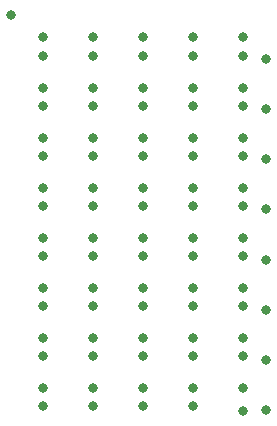
<source format=gts>
G04*
G04 #@! TF.GenerationSoftware,Altium Limited,Altium Designer,20.1.14 (287)*
G04*
G04 Layer_Color=8388736*
%FSLAX25Y25*%
%MOIN*%
G70*
G04*
G04 #@! TF.SameCoordinates,EDD9B4B2-C76D-452E-86CE-AE9E56570F27*
G04*
G04*
G04 #@! TF.FilePolarity,Negative*
G04*
G01*
G75*
%ADD10C,0.03200*%
D10*
X163500Y425549D02*
D03*
X190637Y301200D02*
D03*
X190637Y345287D02*
D03*
Y361992D02*
D03*
Y378696D02*
D03*
Y395401D02*
D03*
X190637Y401426D02*
D03*
X190637Y412104D02*
D03*
X190637Y418130D02*
D03*
X207341Y301200D02*
D03*
X207342Y345287D02*
D03*
Y361992D02*
D03*
Y378696D02*
D03*
Y395401D02*
D03*
X207341Y401426D02*
D03*
X207342Y412104D02*
D03*
X207341Y418130D02*
D03*
X224046Y301200D02*
D03*
X224047Y345287D02*
D03*
Y361992D02*
D03*
Y378696D02*
D03*
Y395401D02*
D03*
X224046Y401426D02*
D03*
X224047Y412104D02*
D03*
X224046Y418130D02*
D03*
X240751Y301200D02*
D03*
X240751Y345287D02*
D03*
Y361992D02*
D03*
Y378696D02*
D03*
Y395401D02*
D03*
X240751Y401426D02*
D03*
X240751Y412104D02*
D03*
X240751Y418130D02*
D03*
X248300Y377518D02*
D03*
Y394222D02*
D03*
Y410927D02*
D03*
X190637Y311877D02*
D03*
X190637Y317904D02*
D03*
X190637Y328582D02*
D03*
X190637Y334609D02*
D03*
Y351314D02*
D03*
Y368018D02*
D03*
Y384723D02*
D03*
X207342Y311877D02*
D03*
X207341Y317904D02*
D03*
X207342Y328582D02*
D03*
X207341Y334609D02*
D03*
Y351314D02*
D03*
Y368018D02*
D03*
Y384723D02*
D03*
X224047Y311877D02*
D03*
X224046Y317904D02*
D03*
X224047Y328582D02*
D03*
X224046Y334609D02*
D03*
Y351314D02*
D03*
Y368018D02*
D03*
Y384723D02*
D03*
X240751Y317904D02*
D03*
X240751Y311877D02*
D03*
X240751Y351314D02*
D03*
Y334609D02*
D03*
X240751Y328582D02*
D03*
X240751Y384723D02*
D03*
Y368018D02*
D03*
X248300Y293994D02*
D03*
Y310699D02*
D03*
Y327403D02*
D03*
Y344108D02*
D03*
Y360813D02*
D03*
X173932Y301200D02*
D03*
X173933Y345287D02*
D03*
Y361992D02*
D03*
Y378696D02*
D03*
Y395401D02*
D03*
X173932Y401426D02*
D03*
X173933Y412104D02*
D03*
X173932Y418130D02*
D03*
X173933Y311877D02*
D03*
X173932Y317904D02*
D03*
X173933Y328582D02*
D03*
X173932Y334609D02*
D03*
Y351314D02*
D03*
Y368018D02*
D03*
Y384723D02*
D03*
X173933Y295173D02*
D03*
X224047D02*
D03*
X207342D02*
D03*
X190637D02*
D03*
X240751Y293598D02*
D03*
M02*

</source>
